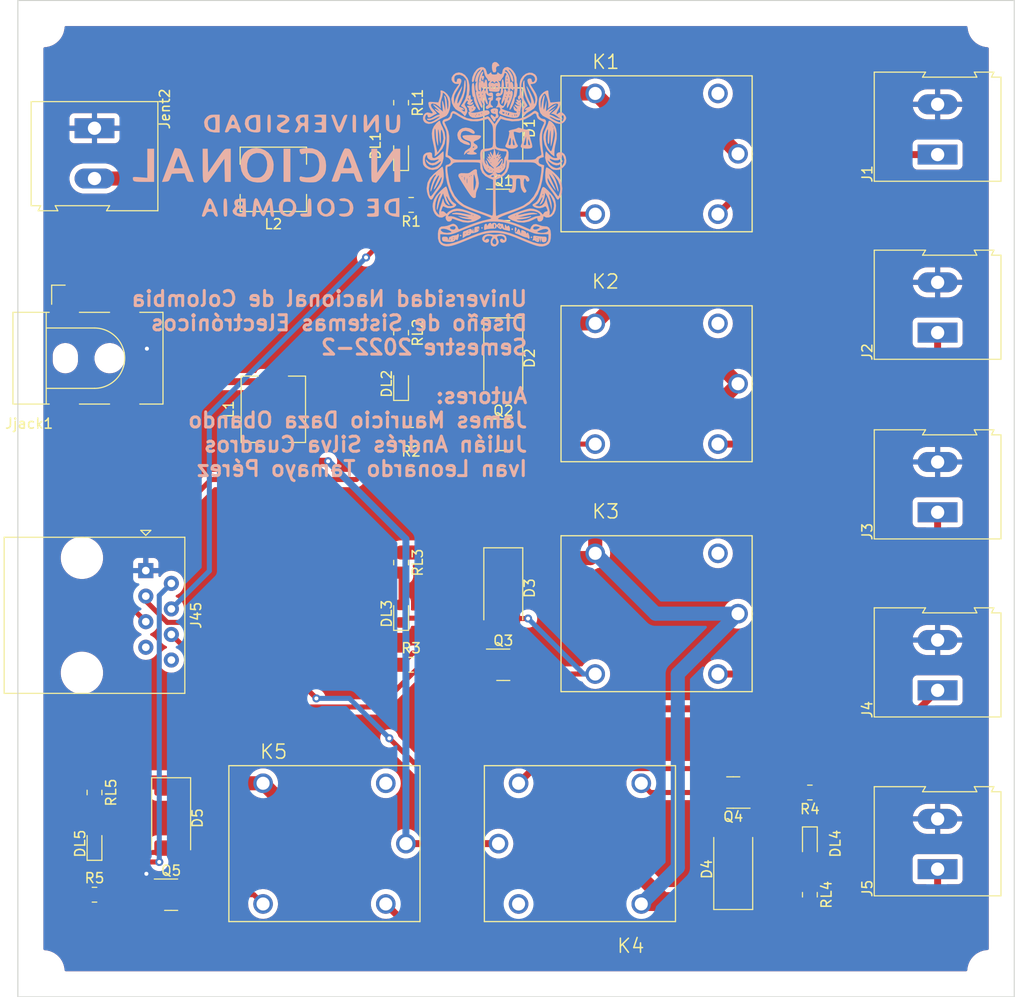
<source format=kicad_pcb>
(kicad_pcb (version 20211014) (generator pcbnew)
  (layers (0 "F.Cu" signal) (31 "B.Cu" signal) (34 "B.Paste" user) (35 "F.Paste" user) (36 "B.SilkS" user "B.Silkscreen") (37 "F.SilkS" user "F.Silkscreen") (38 "B.Mask" user) (39 "F.Mask" user) (44 "Edge.Cuts" user))
  (net 0 "")
  (net 1 "Net-(D5-Pad2)")
  (net 2 "Net-(DL1-Pad1)")
  (net 3 "Net-(DL2-Pad1)")
  (net 4 "Net-(DL3-Pad1)")
  (net 5 "Net-(DL4-Pad1)")
  (net 6 "/Potencia_Bomba/Activ_bomba_1")
  (net 7 "Net-(DL1-Pad2)")
  (net 8 "/Potencia_Bomba/Activ_bomba_2")
  (net 9 "/Potencia_Bomba/Activ_bomba_3")
  (net 10 "/Potencia_ElectroV/Activ_EV_1")
  (net 11 "/Potencia_ElectroV/Activ_EV_2")
  (net 17 "Net-(Q1-Pad2)")
  (net 18 "Net-(Q2-Pad2)")
  (net 19 "Net-(Q3-Pad2)")
  (net 20 "Net-(Q4-Pad2)")
  (net 21 "Net-(Q5-Pad2)")
  (net 22 "/Potencia_ElectroV/Ev_2")
  (net 23 "/Potencia_ElectroV/Ev_1")
  (net 24 "/Potencia_Bomba/Cb_1")
  (net 25 "/Potencia_Bomba/Cb_2")
  (net 26 "/Potencia_Bomba/Cb_3")
  (net 29 "/Potencia_Bomba/VCC_5")
  (net 30 "/Potencia_ElectroV/VCC_12")
  (net 31 "Net-(Jent2-Pad2)")
  (net 32 "Net-(Jjack1-Pad2)")
  (net 33 "Net-(DL2-Pad2)")
  (net 34 "Net-(DL3-Pad2)")
  (net 35 "Net-(DL4-Pad2)")
  (net 36 "Net-(DL5-Pad2)")
  (net 37 "GND")
  (footprint "Package_TO_SOT_SMD:SOT-23" (layer "F.Cu") (at 81.28 43.18)
    (fp_text reference "Q1" (at 0 -2.4) (layer "F.SilkS"))
    (fp_text value "2N2219")
    (pad "1" smd roundrect (at -0.9375 -0.95) (size 1.475 0.6) (layers "F.Cu" "F.Paste" "F.Mask") (net 37 "GND"))
    (pad "2" smd roundrect (at -0.9375 0.95) (size 1.475 0.6) (layers "F.Cu" "F.Paste" "F.Mask") (net 17 "Net-(Q1-Pad2)"))
    (pad "3" smd roundrect (at 0.9375 0) (size 1.475 0.6) (layers "F.Cu" "F.Paste" "F.Mask") (net 2 "Net-(DL1-Pad1)"))
  )
  (footprint "Resistor_SMD:R_0805_2012Metric_Pad1.20x1.40mm_HandSolder" (layer "F.Cu") (at 71.12 33.02 -90)
    (fp_text reference "RL1" (at 0 -1.65 90) (layer "F.SilkS"))
    (fp_text value "1k")
    (pad "1" smd roundrect (at -1 0 270) (size 1.2 1.4) (layers "F.Cu" "F.Paste" "F.Mask") (roundrect_rratio 0.208333) (net 29 "/Potencia_Bomba/VCC_5"))
    (pad "2" smd roundrect (at 1 0 270) (size 1.2 1.4) (layers "F.Cu" "F.Paste" "F.Mask") (roundrect_rratio 0.208333) (net 7 "Net-(DL1-Pad2)"))
  )
  (footprint "Package_TO_SOT_SMD:SOT-23" (layer "F.Cu") (at 48.26 111.76)
    (fp_text reference "Q5" (at 0 -2.4) (layer "F.SilkS"))
    (fp_text value "2N2219")
    (pad "1" smd roundrect (at -0.9375 -0.95) (size 1.475 0.6) (layers "F.Cu" "F.Paste" "F.Mask") (net 37 "GND"))
    (pad "2" smd roundrect (at -0.9375 0.95) (size 1.475 0.6) (layers "F.Cu" "F.Paste" "F.Mask") (net 21 "Net-(Q5-Pad2)"))
    (pad "3" smd roundrect (at 0.9375 0) (size 1.475 0.6) (layers "F.Cu" "F.Paste" "F.Mask") (net 1 "Net-(D5-Pad2)"))
  )
  (footprint "Diode_SMD:D_2512_6332Metric_Pad1.52x3.35mm_HandSolder" (layer "F.Cu") (at 81.28 81.28 -90)
    (fp_text reference "D3" (at 0 -2.62 90) (layer "F.SilkS"))
    (fp_text value "1N4004")
    (pad "1" smd roundrect (at -2.9875 0 270) (size 1.525 3.35) (layers "F.Cu" "F.Paste" "F.Mask") (roundrect_rratio 0.163934) (net 29 "/Potencia_Bomba/VCC_5"))
    (pad "2" smd roundrect (at 2.9875 0 270) (size 1.525 3.35) (layers "F.Cu" "F.Paste" "F.Mask") (roundrect_rratio 0.163934) (net 4 "Net-(DL3-Pad1)"))
  )
  (footprint "Resistor_SMD:R_0805_2012Metric_Pad1.20x1.40mm_HandSolder" (layer "F.Cu") (at 111.76 111.76 -90)
    (fp_text reference "RL4" (at 0 -1.65 90) (layer "F.SilkS"))
    (fp_text value "1k")
    (pad "1" smd roundrect (at -1 0 270) (size 1.2 1.4) (layers "F.Cu" "F.Paste" "F.Mask") (roundrect_rratio 0.208333) (net 29 "/Potencia_Bomba/VCC_5"))
    (pad "2" smd roundrect (at 1 0 270) (size 1.2 1.4) (layers "F.Cu" "F.Paste" "F.Mask") (roundrect_rratio 0.208333) (net 35 "Net-(DL4-Pad2)"))
  )
  (footprint "Package_TO_SOT_SMD:SOT-23" (layer "F.Cu") (at 81.28 88.9)
    (fp_text reference "Q3" (at 0 -2.4) (layer "F.SilkS"))
    (fp_text value "2N2219")
    (pad "1" smd roundrect (at -0.9375 -0.95) (size 1.475 0.6) (layers "F.Cu" "F.Paste" "F.Mask") (net 37 "GND"))
    (pad "2" smd roundrect (at -0.9375 0.95) (size 1.475 0.6) (layers "F.Cu" "F.Paste" "F.Mask") (net 19 "Net-(Q3-Pad2)"))
    (pad "3" smd roundrect (at 0.9375 0) (size 1.475 0.6) (layers "F.Cu" "F.Paste" "F.Mask") (net 4 "Net-(DL3-Pad1)"))
  )
  (footprint "JQC-3F-1C:RELAY_JQC-3F-1C-24VDC" (layer "F.Cu") (at 63.5 106.68)
    (fp_text reference "K5" (at -5.055 -9.139) (layer "F.SilkS") (effects (font (size 1.4 1.4))))
    (fp_text value "JQC-3F-1C-24VDC")
    (pad "COIL1" thru_hole circle (at -6.1 -6) (size 1.95 1.95) (drill 1.3) (layers *.Cu *.Mask) (net 29 "/Potencia_Bomba/VCC_5"))
    (pad "COIL2" thru_hole circle (at -6.1 6) (size 1.95 1.95) (drill 1.3) (layers *.Cu *.Mask) (net 1 "Net-(D5-Pad2)"))
    (pad "COM" thru_hole circle (at 8.1 0) (size 1.95 1.95) (drill 1.3) (layers *.Cu *.Mask) (net 30 "/Potencia_ElectroV/VCC_12"))
    (pad "NC" thru_hole circle (at 6.1 -6) (size 1.95 1.95) (drill 1.3) (layers *.Cu *.Mask))
    (pad "NO" thru_hole circle (at 6.1 6) (size 1.95 1.95) (drill 1.3) (layers *.Cu *.Mask) (net 11 "/Potencia_ElectroV/Activ_EV_2"))
  )
  (footprint "LED_SMD:LED_0603_1608Metric_Pad1.05x0.95mm_HandSolder" (layer "F.Cu") (at 111.76 106.68 -90)
    (fp_text reference "DL4" (at 0 -2.54 90) (layer "F.SilkS"))
    (fp_text value "LED")
    (pad "1" smd roundrect (at -0.875 0 270) (size 1.05 0.95) (layers "F.Cu" "F.Paste" "F.Mask") (net 5 "Net-(DL4-Pad1)"))
    (pad "2" smd roundrect (at 0.875 0 270) (size 1.05 0.95) (layers "F.Cu" "F.Paste" "F.Mask") (net 35 "Net-(DL4-Pad2)"))
  )
  (footprint "LED_SMD:LED_0603_1608Metric_Pad1.05x0.95mm_HandSolder" (layer "F.Cu") (at 71.12 83.82 90)
    (fp_text reference "DL3" (at 0 -1.43 90) (layer "F.SilkS"))
    (fp_text value "LED")
    (pad "1" smd roundrect (at -0.875 0 90) (size 1.05 0.95) (layers "F.Cu" "F.Paste" "F.Mask") (net 4 "Net-(DL3-Pad1)"))
    (pad "2" smd roundrect (at 0.875 0 90) (size 1.05 0.95) (layers "F.Cu" "F.Paste" "F.Mask") (net 34 "Net-(DL3-Pad2)"))
  )
  (footprint "Resistor_SMD:R_0805_2012Metric_Pad1.20x1.40mm_HandSolder" (layer "F.Cu") (at 71.12 55.88 -90)
    (fp_text reference "RL2" (at 0 -1.65 90) (layer "F.SilkS"))
    (fp_text value "1k")
    (pad "1" smd roundrect (at -1 0 270) (size 1.2 1.4) (layers "F.Cu" "F.Paste" "F.Mask") (roundrect_rratio 0.208333) (net 29 "/Potencia_Bomba/VCC_5"))
    (pad "2" smd roundrect (at 1 0 270) (size 1.2 1.4) (layers "F.Cu" "F.Paste" "F.Mask") (roundrect_rratio 0.208333) (net 33 "Net-(DL2-Pad2)"))
  )
  (footprint "TerminalBlock:TerminalBlock_Altech_AK300-2_P5.00mm" (layer "F.Cu") (at 124.46 91.44 90)
    (fp_text reference "J4" (at -1.92 -6.99 90) (layer "F.SilkS"))
    (fp_text value "Screw_Terminal_01x02")
    (pad "1" thru_hole rect (at 0 0 90) (size 1.98 3.96) (drill 1.32) (layers *.Cu *.Mask) (net 10 "/Potencia_ElectroV/Activ_EV_1"))
    (pad "2" thru_hole oval (at 5 0 90) (size 1.98 3.96) (drill 1.32) (layers *.Cu *.Mask) (net 37 "GND"))
  )
  (footprint "Resistor_SMD:R_0805_2012Metric_Pad1.20x1.40mm_HandSolder" (layer "F.Cu") (at 71.12 78.74 -90)
    (fp_text reference "RL3" (at 0 -1.65 90) (layer "F.SilkS"))
    (fp_text value "1k")
    (pad "1" smd roundrect (at -1 0 270) (size 1.2 1.4) (layers "F.Cu" "F.Paste" "F.Mask") (roundrect_rratio 0.208333) (net 29 "/Potencia_Bomba/VCC_5"))
    (pad "2" smd roundrect (at 1 0 270) (size 1.2 1.4) (layers "F.Cu" "F.Paste" "F.Mask") (roundrect_rratio 0.208333) (net 34 "Net-(DL3-Pad2)"))
  )
  (footprint "Resistor_SMD:R_0805_2012Metric_Pad1.20x1.40mm_HandSolder" (layer "F.Cu") (at 40.64 101.6 -90)
    (fp_text reference "RL5" (at 0 -1.65 90) (layer "F.SilkS"))
    (fp_text value "1k")
    (pad "1" smd roundrect (at -1 0 270) (size 1.2 1.4) (layers "F.Cu" "F.Paste" "F.Mask") (roundrect_rratio 0.208333) (net 29 "/Potencia_Bomba/VCC_5"))
    (pad "2" smd roundrect (at 1 0 270) (size 1.2 1.4) (layers "F.Cu" "F.Paste" "F.Mask") (roundrect_rratio 0.208333) (net 36 "Net-(DL5-Pad2)"))
  )
  (footprint "Resistor_SMD:R_0805_2012Metric_Pad1.20x1.40mm_HandSolder" (layer "F.Cu") (at 72.12 88.9)
    (fp_text reference "R3" (at 0 -1.65) (layer "F.SilkS"))
    (fp_text value "2.2k")
    (pad "1" smd roundrect (at -1 0) (size 1.2 1.4) (layers "F.Cu" "F.Paste" "F.Mask") (roundrect_rratio 0.208333) (net 19 "Net-(Q3-Pad2)"))
    (pad "2" smd roundrect (at 1 0) (size 1.2 1.4) (layers "F.Cu" "F.Paste" "F.Mask") (roundrect_rratio 0.208333) (net 26 "/Potencia_Bomba/Cb_3"))
  )
  (footprint "Diode_SMD:D_2512_6332Metric_Pad1.52x3.35mm_HandSolder" (layer "F.Cu") (at 48.26 104.14 -90)
    (fp_text reference "D5" (at 0 -2.62 90) (layer "F.SilkS"))
    (fp_text value "1N4004")
    (pad "1" smd roundrect (at -2.9875 0 270) (size 1.525 3.35) (layers "F.Cu" "F.Paste" "F.Mask") (roundrect_rratio 0.163934) (net 29 "/Potencia_Bomba/VCC_5"))
    (pad "2" smd roundrect (at 2.9875 0 270) (size 1.525 3.35) (layers "F.Cu" "F.Paste" "F.Mask") (roundrect_rratio 0.163934) (net 1 "Net-(D5-Pad2)"))
  )
  (footprint "LED_SMD:LED_0603_1608Metric_Pad1.05x0.95mm_HandSolder" (layer "F.Cu") (at 40.64 106.68 90)
    (fp_text reference "DL5" (at 0 -1.43 90) (layer "F.SilkS"))
    (fp_text value "LED")
    (pad "1" smd roundrect (at -0.875 0 90) (size 1.05 0.95) (layers "F.Cu" "F.Paste" "F.Mask") (net 1 "Net-(D5-Pad2)"))
    (pad "2" smd roundrect (at 0.875 0 90) (size 1.05 0.95) (layers "F.Cu" "F.Paste" "F.Mask") (net 36 "Net-(DL5-Pad2)"))
  )
  (footprint "Resistor_SMD:R_0805_2012Metric_Pad1.20x1.40mm_HandSolder" (layer "F.Cu") (at 72.12 66.04 180)
    (fp_text reference "R2" (at 0 -1.65) (layer "F.SilkS"))
    (fp_text value "2.2k")
    (pad "1" smd roundrect (at -1 0 180) (size 1.2 1.4) (layers "F.Cu" "F.Paste" "F.Mask") (roundrect_rratio 0.208333) (net 18 "Net-(Q2-Pad2)"))
    (pad "2" smd roundrect (at 1 0 180) (size 1.2 1.4) (layers "F.Cu" "F.Paste" "F.Mask") (roundrect_rratio 0.208333) (net 25 "/Potencia_Bomba/Cb_2"))
  )
  (footprint "" (layer "F.Cu") (at 129.51772 119.367392)
    (fp_text reference "" (at 0 0) (layer "F.SilkS") (effects (font (size 1.27 1.27))))
    (fp_text value "" (at 0 0) (layer "F.SilkS") (effects (font (size 1.27 1.27))))
    (pad "" np_thru_hole circle (at 0 0 270) (size 3.2 3.2) (drill 3.2) (layers *.Cu *.Mask))
  )
  (footprint "Resistor_SMD:R_0805_2012Metric_Pad1.20x1.40mm_HandSolder" (layer "F.Cu") (at 72.12 43.18 180)
    (fp_text reference "R1" (at 0 -1.65) (layer "F.SilkS"))
    (fp_text value "2.2k")
    (pad "1" smd roundrect (at -1 0 180) (size 1.2 1.4) (layers "F.Cu" "F.Paste" "F.Mask") (roundrect_rratio 0.208333) (net 17 "Net-(Q1-Pad2)"))
    (pad "2" smd roundrect (at 1 0 180) (size 1.2 1.4) (layers "F.Cu" "F.Paste" "F.Mask") (roundrect_rratio 0.208333) (net 24 "/Potencia_Bomba/Cb_1"))
  )
  (footprint "Diode_SMD:D_2512_6332Metric_Pad1.52x3.35mm_HandSolder" (layer "F.Cu") (at 81.28 58.42 -90)
    (fp_text reference "D2" (at 0 -2.62 90) (layer "F.SilkS"))
    (fp_text value "1N4004")
    (pad "1" smd roundrect (at -2.9875 0 270) (size 1.525 3.35) (layers "F.Cu" "F.Paste" "F.Mask") (roundrect_rratio 0.163934) (net 29 "/Potencia_Bomba/VCC_5"))
    (pad "2" smd roundrect (at 2.9875 0 270) (size 1.525 3.35) (layers "F.Cu" "F.Paste" "F.Mask") (roundrect_rratio 0.163934) (net 3 "Net-(DL2-Pad1)"))
  )
  (footprint "Diode_SMD:D_2512_6332Metric_Pad1.52x3.35mm_HandSolder" (layer "F.Cu") (at 104.14 109.22 90)
    (fp_text reference "D4" (at 0 -2.62 90) (layer "F.SilkS"))
    (fp_text value "1N4004")
    (pad "1" smd roundrect (at -2.9875 0 90) (size 1.525 3.35) (layers "F.Cu" "F.Paste" "F.Mask") (roundrect_rratio 0.163934) (net 29 "/Potencia_Bomba/VCC_5"))
    (pad "2" smd roundrect (at 2.9875 0 90) (size 1.525 3.35) (layers "F.Cu" "F.Paste" "F.Mask") (roundrect_rratio 0.163934) (net 5 "Net-(DL4-Pad1)"))
  )
  (footprint "Resistor_SMD:R_0805_2012Metric_Pad1.20x1.40mm_HandSolder" (layer "F.Cu") (at 40.64 111.76)
    (fp_text reference "R5" (at 0 -1.65) (layer "F.SilkS"))
    (fp_text value "2.2k")
    (pad "1" smd roundrect (at -1 0) (size 1.2 1.4) (layers "F.Cu" "F.Paste" "F.Mask") (roundrect_rratio 0.208333) (net 21 "Net-(Q5-Pad2)"))
    (pad "2" smd roundrect (at 1 0) (size 1.2 1.4) (layers "F.Cu" "F.Paste" "F.Mask") (roundrect_rratio 0.208333) (net 22 "/Potencia_ElectroV/Ev_2"))
  )
  (footprint "JQC-3F-1C:RELAY_JQC-3F-1C-24VDC" (layer "F.Cu") (at 96.52 38.1)
    (fp_text reference "K1" (at -5.055 -9.139) (layer "F.SilkS") (effects (font (size 1.4 1.4))))
    (fp_text value "JQC-3F-1C-24VDC")
    (pad "COIL1" thru_hole circle (at -6.1 -6) (size 1.95 1.95) (drill 1.3) (layers *.Cu *.Mask) (net 29 "/Potencia_Bomba/VCC_5"))
    (pad "COIL2" thru_hole circle (at -6.1 6) (size 1.95 1.95) (drill 1.3) (layers *.Cu *.Mask) (net 2 "Net-(DL1-Pad1)"))
    (pad "COM" thru_hole circle (at 8.1 0) (size 1.95 1.95) (drill 1.3) (layers *.Cu *.Mask) (net 29 "/Potencia_Bomba/VCC_5"))
    (pad "NC" thru_hole circle (at 6.1 -6) (size 1.95 1.95) (drill 1.3) (layers *.Cu *.Mask))
    (pad "NO" thru_hole circle (at 6.1 6) (size 1.95 1.95) (drill 1.3) (layers *.Cu *.Mask) (net 6 "/Potencia_Bomba/Activ_bomba_1"))
  )
  (footprint "TerminalBlock:TerminalBlock_Altech_AK300-2_P5.00mm" (layer "F.Cu") (at 124.46 109.22 90)
    (fp_text reference "J5" (at -1.92 -6.99 90) (layer "F.SilkS"))
    (fp_text value "Screw_Terminal_01x02")
    (pad "1" thru_hole rect (at 0 0 90) (size 1.98 3.96) (drill 1.32) (layers *.Cu *.Mask) (net 11 "/Potencia_ElectroV/Activ_EV_2"))
    (pad "2" thru_hole oval (at 5 0 90) (size 1.98 3.96) (drill 1.32) (layers *.Cu *.Mask) (net 37 "GND"))
  )
  (footprint "Connector_BarrelJack:BarrelJack_CLIFF_FC681465S_SMT_Horizontal" (layer "F.Cu") (at 40.64 58.42)
    (fp_text reference "Jjack1" (at -6.5 6.5 180) (layer "F.SilkS"))
    (fp_text value "Jack-DC")
    (pad "" np_thru_hole oval (at -2.9 0 90) (size 2 1.5) (drill oval 2 1.5) (layers *.Cu *.Mask))
    (pad "" np_thru_hole circle (at 1.5 0 90) (size 2 2) (drill 2) (layers *.Cu *.Mask))
    (pad "1" smd rect (at 3 -5.5 90) (size 3 2) (layers "F.Cu" "F.Paste" "F.Mask") (net 37 "GND"))
    (pad "1" smd rect (at -3 -5.5 90) (size 3 2) (layers "F.Cu" "F.Paste" "F.Mask") (net 37 "GND"))
    (pad "2" smd rect (at 3 5.5 90) (size 3 2) (layers "F.Cu" "F.Paste" "F.Mask") (net 32 "Net-(Jjack1-Pad2)"))
    (pad "3" smd rect (at -3 5.5 90) (size 3 2) (layers "F.Cu" "F.Paste" "F.Mask"))
  )
  (footprint "Package_TO_SOT_SMD:SOT-23" (layer "F.Cu") (at 81.28 66.04)
    (fp_text reference "Q2" (at 0 -2.4) (layer "F.SilkS"))
    (fp_text value "2N2219")
    (pad "1" smd roundrect (at -0.9375 -0.95) (size 1.475 0.6) (layers "F.Cu" "F.Paste" "F.Mask") (net 37 "GND"))
    (pad "2" smd roundrect (at -0.9375 0.95) (size 1.475 0.6) (layers "F.Cu" "F.Paste" "F.Mask") (net 18 "Net-(Q2-Pad2)"))
    (pad "3" smd roundrect (at 0.9375 0) (size 1.475 0.6) (layers "F.Cu" "F.Paste" "F.Mask") (net 3 "Net-(DL2-Pad1)"))
  )
  (footprint "" (layer "F.Cu") (at 35.56 25.4)
    (fp_text reference "" (at 0 0) (layer "F.SilkS") (effects (font (size 1.27 1.27))))
    (fp_text value "" (at 0 0) (layer "F.SilkS") (effects (font (size 1.27 1.27))))
    (pad "" np_thru_hole circle (at 0 0 270) (size 3.2 3.2) (drill 3.2) (layers *.Cu *.Mask))
  )
  (footprint "Connector_RJ:RJ45_Amphenol_54602-x08_Horizontal" (layer "F.Cu") (at 45.74 79.5375 -90)
    (fp_text reference "J45" (at 4.445 -5 90) (layer "F.SilkS"))
    (fp_text value "RJ45")
    (pad "" np_thru_hole circle (at 10.16 6.35 270) (size 3.2 3.2) (drill 3.2) (layers *.Cu *.Mask))
    (pad "" np_thru_hole circle (at -1.27 6.35 270) (size 3.2 3.2) (drill 3.2) (layers *.Cu *.Mask))
    (pad "1" thru_hole rect (at 0 0 270) (size 1.5 1.5) (drill 0.76) (layers *.Cu *.Mask) (net 37 "GND"))
    (pad "2" thru_hole circle (at 1.27 -2.54 270) (size 1.5 1.5) (drill 0.76) (layers *.Cu *.Mask) (net 22 "/Potencia_ElectroV/Ev_2"))
    (pad "3" thru_hole circle (at 2.54 0 270) (size 1.5 1.5) (drill 0.76) (layers *.Cu *.Mask) (net 23 "/Potencia_ElectroV/Ev_1"))
    (pad "4" thru_hole circle (at 3.81 -2.54 270) (size 1.5 1.5) (drill 0.76) (layers *.Cu *.Mask) (net 24 "/Potencia_Bomba/Cb_1"))
    (pad "5" thru_hole circle (at 5.08 0 270) (size 1.5 1.5) (drill 0.76) (layers *.Cu *.Mask) (net 25 "/Potencia_Bomba/Cb_2"))
    (pad "6" thru_hole circle (at 6.35 -2.54 270) (size 1.5 1.5) (drill 0.76) (layers *.Cu *.Mask) (net 26 "/Potencia_Bomba/Cb_3"))
    (pad "7" thru_hole circle (at 7.62 0 270) (size 1.5 1.5) (drill 0.76) (layers *.Cu *.Mask))
    (pad "8" thru_hole circle (at 8.89 -2.54 270) (size 1.5 1.5) (drill 0.76) (layers *.Cu *.Mask))
  )
  (footprint "LED_SMD:LED_0603_1608Metric_Pad1.05x0.95mm_HandSolder" (layer "F.Cu") (at 71.12 60.96 90)
    (fp_text reference "DL2" (at 0 -1.43 90) (layer "F.SilkS"))
    (fp_text value "LED")
    (pad "1" smd roundrect (at -0.875 0 90) (size 1.05 0.95) (layers "F.Cu" "F.Paste" "F.Mask") (net 3 "Net-(DL2-Pad1)"))
    (pad "2" smd roundrect (at 0.875 0 90) (size 1.05 0.95) (layers "F.Cu" "F.Paste" "F.Mask") (net 33 "Net-(DL2-Pad2)"))
  )
  (footprint "" (layer "F.Cu") (at 35.56 119.38)
    (fp_text reference "" (at 0 0) (layer "F.SilkS") (effects (font (size 1.27 1.27))))
    (fp_text value "" (at 0 0) (layer "F.SilkS") (effects (font (size 1.27 1.27))))
    (pad "" np_thru_hole circle (at 0 0 270) (size 3.2 3.2) (drill 3.2) (layers *.Cu *.Mask))
  )
  (footprint "Inductor_SMD:L_6.3x6.3_H3" (layer "F.Cu") (at 58.42 63.5 90)
    (fp_text reference "L1" (at 0 -4.45 90) (layer "F.SilkS"))
    (fp_text value "5mH")
    (pad "1" smd rect (at -2.75 0 90) (size 1.5 2.4) (layers "F.Cu" "F.Paste" "F.Mask") (net 30 "/Potencia_ElectroV/VCC_12"))
    (pad "2" smd rect (at 2.75 0 90) (size 1.5 2.4) (layers "F.Cu" "F.Paste" "F.Mask") (net 32 "Net-(Jjack1-Pad2)"))
  )
  (footprint "JQC-3F-1C:RELAY_JQC-3F-1C-24VDC" (layer "F.Cu") (at 88.9 106.68 180)
    (fp_text reference "K4" (at -5.055 -10.16) (layer "F.SilkS") (effects (font (size 1.4 1.4))))
    (fp_text value "JQC-3F-1C-24VDC")
    (pad "COIL1" thru_hole circle (at -6.1 -6 180) (size 1.95 1.95) (drill 1.3) (layers *.Cu *.Mask) (net 29 "/Potencia_Bomba/VCC_5"))
    (pad "COIL2" thru_hole circle (at -6.1 6 180) (size 1.95 1.95) (drill 1.3) (layers *.Cu *.Mask) (net 5 "Net-(DL4-Pad1)"))
    (pad "COM" thru_hole circle (at 8.1 0 180) (size 1.95 1.95) (drill 1.3) (layers *.Cu *.Mask) (net 30 "/Potencia_ElectroV/VCC_12"))
    (pad "NC" thru_hole circle (at 6.1 -6 180) (size 1.95 1.95) (drill 1.3) (layers *.Cu *.Mask))
    (pad "NO" thru_hole circle (at 6.1 6 180) (size 1.95 1.95) (drill 1.3) (layers *.Cu *.Mask) (net 10 "/Potencia_ElectroV/Activ_EV_1"))
  )
  (footprint "Resistor_SMD:R_0805_2012Metric_Pad1.20x1.40mm_HandSolder" (layer "F.Cu") (at 111.76 101.6 180)
    (fp_text reference "R4" (at 0 -1.65) (layer "F.SilkS"))
    (fp_text value "2.2k")
    (pad "1" smd roundrect (at -1 0 180) (size 1.2 1.4) (layers "F.Cu" "F.Paste" "F.Mask") (roundrect_rratio 0.208333) (net 20 "Net-(Q4-Pad2)"))
    (pad "2" smd roundrect (at 1 0 180) (size 1.2 1.4) (layers "F.Cu" "F.Paste" "F.Mask") (roundrect_rratio 0.208333) (net 23 "/Potencia_ElectroV/Ev_1"))
  )
  (footprint "" (layer "F.Cu") (at 129.54 25.4)
    (fp_text reference "" (at 0 0) (layer "F.SilkS") (effects (font (size 1.27 1.27))))
    (fp_text value "" (at 0 0) (layer "F.SilkS") (effects (font (size 1.27 1.27))))
    (pad "" np_thru_hole circle (at 0 0 270) (size 3.2 3.2) (drill 3.2) (layers *.Cu *.Mask))
  )
  (footprint "Package_TO_SOT_SMD:SOT-23" (layer "F.Cu") (at 104.14 101.6 180)
    (fp_text reference "Q4" (at 0 -2.4) (layer "F.SilkS"))
    (fp_text value "2N2219")
    (pad "1" smd roundrect (at -0.9375 -0.95 180) (size 1.475 0.6) (layers "F.Cu" "F.Paste" "F.Mask") (net 37 "GND"))
    (pad "2" smd roundrect (at -0.9375 0.95 180) (size 1.475 0.6) (layers "F.Cu" "F.Paste" "F.Mask") (net 20 "Net-(Q4-Pad2)"))
    (pad "3" smd roundrect (at 0.9375 0 180) (size 1.475 0.6) (layers "F.Cu" "F.Paste" "F.Mask") (net 5 "Net-(DL4-Pad1)"))
  )
  (footprint "Diode_SMD:D_2512_6332Metric_Pad1.52x3.35mm_HandSolder" (layer "F.Cu") (at 81.28 35.56 -90)
    (fp_text reference "D1" (at 0 -2.62 90) (layer "F.SilkS"))
    (fp_text value "1N4004")
    (pad "1" smd roundrect (at -2.9875 0 270) (size 1.525 3.35) (layers "F.Cu" "F.Paste" "F.Mask") (roundrect_rratio 0.163934) (net 29 "/Potencia_Bomba/VCC_5"))
    (pad "2" smd roundrect (at 2.9875 0 270) (size 1.525 3.35) (layers "F.Cu" "F.Paste" "F.Mask") (roundrect_rratio 0.163934) (net 2 "Net-(DL1-Pad1)"))
  )
  (footprint "TerminalBlock:TerminalBlock_Altech_AK300-2_P5.00mm" (layer "F.Cu") (at 124.46 73.74 90)
    (fp_text reference "J3" (at -1.92 -6.99 90) (layer "F.SilkS"))
    (fp_text value "Screw_Terminal_01x02")
    (pad "1" thru_hole rect (at 0 0 90) (size 1.98 3.96) (drill 1.32) (layers *.Cu *.Mask) (net 9 "/Potencia_Bomba/Activ_bomba_3"))
    (pad "2" thru_hole oval (at 5 0 90) (size 1.98 3.96) (drill 1.32) (layers *.Cu *.Mask) (net 37 "GND"))
  )
  (footprint "JQC-3F-1C:RELAY_JQC-3F-1C-24VDC" (layer "F.Cu") (at 96.52 83.82)
    (fp_text reference "K3" (at -5.055 -10.16) (layer "F.SilkS") (effects (font (size 1.4 1.4))))
    (fp_text value "JQC-3F-1C-24VDC")
    (pad "COIL1" thru_hole circle (at -6.1 -6) (size 1.95 1.95) (drill 1.3) (layers *.Cu *.Mask) (net 29 "/Potencia_Bomba/VCC_5"))
    (pad "COIL2" thru_hole circle (at -6.1 6) (size 1.95 1.95) (drill 1.3) (layers *.Cu *.Mask) (net 4 "Net-(DL3-Pad1)"))
    (pad "COM" thru_hole circle (at 8.1 0) (size 1.95 1.95) (drill 1.3) (layers *.Cu *.Mask) (net 29 "/Potencia_Bomba/VCC_5"))
    (pad "NC" thru_hole circle (at 6.1 -6) (size 1.95 1.95) (drill 1.3) (layers *.Cu *.Mask))
    (pad "NO" thru_hole circle (at 6.1 6) (size 1.95 1.95) (drill 1.3) (layers *.Cu *.Mask) (net 9 "/Potencia_Bomba/Activ_bomba_3"))
  )
  (footprint "TerminalBlock:TerminalBlock_Altech_AK300-2_P5.00mm" (layer "F.Cu") (at 124.46 55.88 90)
    (fp_text reference "J2" (at -1.92 -6.99 90) (layer "F.SilkS"))
    (fp_text value "Screw_Terminal_01x02")
    (pad "1" thru_hole rect (at 0 0 90) (size 1.98 3.96) (drill 1.32) (layers *.Cu *.Mask) (net 8 "/Potencia_Bomba/Activ_bomba_2"))
    (pad "2" thru_hole oval (at 5 0 90) (size 1.98 3.96) (drill 1.32) (layers *.Cu *.Mask) (net 37 "GND"))
  )
  (footprint "JQC-3F-1C:RELAY_JQC-3F-1C-24VDC" (layer "F.Cu") (at 96.52 60.96)
    (fp_text reference "K2" (at -5.08 -10.16) (layer "F.SilkS") (effects (font (size 1.4 1.4))))
    (fp_text value "JQC-3F-1C-24VDC")
    (pad "COIL1" thru_hole circle (at -6.1 -6) (size 1.95 1.95) (drill 1.3) (layers *.Cu *.Mask) (net 29 "/Potencia_Bomba/VCC_5"))
    (pad "COIL2" thru_hole circle (at -6.1 6) (size 1.95 1.95) (drill 1.3) (layers *.Cu *.Mask) (net 3 "Net-(DL2-Pad1)"))
    (pad "COM" thru_hole circle (at 8.1 0) (size 1.95 1.95) (drill 1.3) (layers *.Cu *.Mask) (net 29 "/Potencia_Bomba/VCC_5"))
    (pad "NC" thru_hole circle (at 6.1 -6) (size 1.95 1.95) (drill 1.3) (layers *.Cu *.Mask))
    (pad "NO" thru_hole circle (at 6.1 6) (size 1.95 1.95) (drill 1.3) (layers *.Cu *.Mask) (net 8 "/Potencia_Bomba/Activ_bomba_2"))
  )
  (footprint "LED_SMD:LED_0603_1608Metric_Pad1.05x0.95mm_HandSolder" (layer "F.Cu") (at 71.12 38.1 90)
    (fp_text reference "DL1" (at 0.8 -2.54 90) (layer "F.SilkS"))
    (fp_text value "LED")
    (pad "1" smd roundrect (at -0.875 0 90) (size 1.05 0.95) (layers "F.Cu" "F.Paste" "F.Mask") (net 2 "Net-(DL1-Pad1)"))
    (pad "2" smd roundrect (at 0.875 0 90) (size 1.05 0.95) (layers "F.Cu" "F.Paste" "F.Mask") (net 7 "Net-(DL1-Pad2)"))
  )
  (footprint "Inductor_SMD:L_6.3x6.3_H3" (layer "F.Cu") (at 58.42 40.64 180)
    (fp_text reference "L2" (at 0 -4.45) (layer "F.SilkS"))
    (fp_text value "5mH")
    (pad "1" smd rect (at -2.75 0 180) (size 1.5 2.4) (layers "F.Cu" "F.Paste" "F.Mask") (net 29 "/Potencia_Bomba/VCC_5"))
    (pad "2" smd rect (at 2.75 0 180) (size 1.5 2.4) (layers "F.Cu" "F.Paste" "F.Mask") (net 31 "Net-(Jent2-Pad2)"))
  )
  (footprint "TerminalBlock:TerminalBlock_Altech_AK300-2_P5.00mm" (layer "F.Cu") (at 40.64 35.56 -90)
    (fp_text reference "Jent2" (at -1.92 -6.99 90) (layer "F.SilkS"))
    (fp_text value "Screw_Terminal_01x02")
    (pad "1" thru_hole rect (at 0 0 270) (size 1.98 3.96) (drill 1.32) (layers *.Cu *.Mask) (net 37 "GND"))
    (pad "2" thru_hole oval (at 5 0 270) (size 1.98 3.96) (drill 1.32) (layers *.Cu *.Mask) (net 31 "Net-(Jent2-Pad2)"))
  )
  (footprint "TerminalBlock:TerminalBlock_Altech_AK300-2_P5.00mm" (layer "F.Cu") (at 124.46 38.18 90)
    (fp_text reference "J1" (at -1.92 -6.99 90) (layer "F.SilkS"))
    (fp_text value "Screw_Terminal_01x02")
    (pad "1" thru_hole rect (at 0 0 90) (size 1.98 3.96) (drill 1.32) (layers *.Cu *.Mask) (net 6 "/Potencia_Bomba/Activ_bomba_1"))
    (pad "2" thru_hole oval (at 5 0 90) (size 1.98 3.96) (drill 1.32) (layers *.Cu *.Mask) (net 37 "GND"))
  )
  (footprint "Logo UNAL KICAD:Logo UNAL KICAD" (layer "B.Cu") (at 66.04 38.1 180)
    (fp_text reference "G***" hide)
    (fp_text value "LOGO" hide)
  )
  (gr_line (start 33.02 121.92) (end 132.08 121.92) (layer "Edge.Cuts") (width 0.1))
  (gr_line (start 132.08 121.92) (end 132.08 22.86) (layer "Edge.Cuts") (width 0.1))
  (gr_line (start 33.02 22.86) (end 33.02 121.92) (layer "Edge.Cuts") (width 0.1))
  (gr_line (start 132.08 22.86) (end 33.02 22.86) (layer "Edge.Cuts") (width 0.1))
  (gr_text "Universidad Nacional de Colombia\nDiseño de Sistemas Electrónicos\nSemestre 2022-2\n\nAutores:\nJames Mauricio Daza Obando\nJulián Andrés Silva Cuadros\nIvan Leonardo Tamayo Pérez" (at 83.82 60.96) (layer "B.SilkS") (effects (font (size 1.5 1.5) (thickness 0.3)) (justify left mirror)))
  (segment (start 40.64 107.555) (end 47.8325 107.555) (width 0.5) (layer "F.Cu") (net 1))
  (segment (start 47.8325 107.555) (end 48.26 107.1275) (width 0.5) (layer "F.Cu") (net 1))
  (segment (start 57.4 112.68) (end 56.48 111.76) (width 0.5) (layer "F.Cu") (net 1))
  (segment (start 56.48 111.76) (end 49.1975 111.76) (width 0.5) (layer "F.Cu") (net 1))
  (segment (start 47.8325 107.555) (end 49.1975 108.92) (width 0.5) (layer "F.Cu") (net 1))
  (segment (start 49.1975 108.92) (end 49.1975 111.76) (width 0.5) (layer "F.Cu") (net 1))
  (segment (start 71.12 38.975) (end 80.8525 38.975) (width 0.5) (layer "F.Cu") (net 2))
  (segment (start 83.1375 44.1) (end 82.2175 43.18) (width 0.5) (layer "F.Cu") (net 2))
  (segment (start 82.2175 40.34) (end 82.2175 43.18) (width 0.5) (layer "F.Cu") (net 2))
  (segment (start 90.42 44.1) (end 83.1375 44.1) (width 0.5) (layer "F.Cu") (net 2))
  (segment (start 80.8525 38.975) (end 82.2175 40.34) (width 0.5) (layer "F.Cu") (net 2))
  (segment (start 80.8525 38.975) (end 81.28 38.5475) (width 0.5) (layer "F.Cu") (net 2))
  (segment (start 80.8525 61.835) (end 81.28 61.4075) (width 0.5) (layer "F.Cu") (net 3))
  (segment (start 80.8525 61.835) (end 82.2175 63.2) (width 0.5) (layer "F.Cu") (net 3))
  (segment (start 90.42 66.96) (end 83.1375 66.96) (width 0.5) (layer "F.Cu") (net 3))
  (segment (start 83.1375 66.96) (end 82.2175 66.04) (width 0.5) (layer "F.Cu") (net 3))
  (segment (start 71.12 61.835) (end 80.8525 61.835) (width 0.5) (layer "F.Cu") (net 3))
  (segment (start 82.2175 63.2) (end 82.2175 66.04) (width 0.5) (layer "F.Cu") (net 3))
  (segment (start 81.3137 84.3012) (end 81.28 84.2675) (width 0.5) (layer "F.Cu") (net 4))
  (segment (start 83.1375 89.82) (end 82.2175 88.9) (width 0.5) (layer "F.Cu") (net 4))
  (segment (start 90.42 89.82) (end 83.1375 89.82) (width 0.5) (layer "F.Cu") (net 4))
  (segment (start 71.5475 84.2675) (end 81.28 84.2675) (width 0.5) (layer "F.Cu") (net 4))
  (segment (start 83.7456 84.3012) (end 81.3137 84.3012) (width 0.5) (layer "F.Cu") (net 4))
  (segment (start 71.12 84.695) (end 71.5475 84.2675) (width 0.5) (layer "F.Cu") (net 4))
  (via (at 83.7456 84.3012) (size 0.8) (drill 0.4) (layers "F.Cu" "B.Cu") (net 4))
  (segment (start 89.2644 89.82) (end 83.7456 84.3012) (width 0.5) (layer "B.Cu") (net 4))
  (segment (start 90.42 89.82) (end 89.2644 89.82) (width 0.5) (layer "B.Cu") (net 4))
  (segment (start 103.2025 105.295) (end 104.14 106.2325) (width 0.5) (layer "F.Cu") (net 5))
  (segment (start 103.2025 101.6) (end 95.92 101.6) (width 0.5) (layer "F.Cu") (net 5))
  (segment (start 103.2025 101.6) (end 103.2025 105.295) (width 0.5) (layer "F.Cu") (net 5))
  (segment (start 104.5675 105.805) (end 104.14 106.2325) (width 0.5) (layer "F.Cu") (net 5))
  (segment (start 95.92 101.6) (end 95 100.68) (width 0.5) (layer "F.Cu") (net 5))
  (segment (start 111.76 105.805) (end 104.5675 105.805) (width 0.5) (layer "F.Cu") (net 5))
  (segment (start 108.54 38.18) (end 102.62 44.1) (width 0.69) (layer "F.Cu") (net 6))
  (segment (start 124.46 38.18) (end 108.54 38.18) (width 0.69) (layer "F.Cu") (net 6))
  (segment (start 71.12 37.225) (end 71.12 34.02) (width 0.5) (layer "F.Cu") (net 7))
  (segment (start 115.2153 66.96) (end 124.46 57.7153) (width 0.69) (layer "F.Cu") (net 8))
  (segment (start 102.62 66.96) (end 115.2153 66.96) (width 0.69) (layer "F.Cu") (net 8))
  (segment (start 124.46 55.88) (end 124.46 57.7153) (width 0.69) (layer "F.Cu") (net 8))
  (segment (start 102.62 89.82) (end 110.2153 89.82) (width 0.69) (layer "F.Cu") (net 9))
  (segment (start 110.2153 89.82) (end 124.46 75.5753) (width 0.69) (layer "F.Cu") (net 9))
  (segment (start 124.46 73.74) (end 124.46 75.5753) (width 0.69) (layer "F.Cu") (net 9))
  (segment (start 122.6247 93.2753) (end 124.46 91.44) (width 0.69) (layer "F.Cu") (net 10))
  (segment (start 90.2047 93.2753) (end 122.6247 93.2753) (width 0.69) (layer "F.Cu") (net 10))
  (segment (start 82.8 100.68) (end 90.2047 93.2753) (width 0.69) (layer "F.Cu") (net 10))
  (segment (start 71.453 114.533) (end 69.6 112.68) (width 0.69) (layer "F.Cu") (net 11))
  (segment (start 124.46 111.0553) (end 120.9823 114.533) (width 0.69) (layer "F.Cu") (net 11))
  (segment (start 124.46 109.22) (end 124.46 111.0553) (width 0.69) (layer "F.Cu") (net 11))
  (segment (start 120.9823 114.533) (end 71.453 114.533) (width 0.69) (layer "F.Cu") (net 11))
  (segment (start 74.07 44.13) (end 80.3425 44.13) (width 0.5) (layer "F.Cu") (net 17))
  (segment (start 73.12 43.18) (end 74.07 44.13) (width 0.5) (layer "F.Cu") (net 17))
  (segment (start 80.3425 66.99) (end 74.07 66.99) (width 0.5) (layer "F.Cu") (net 18))
  (segment (start 74.07 66.99) (end 73.12 66.04) (width 0.5) (layer "F.Cu") (net 18))
  (segment (start 76.2273 89.85) (end 80.3425 89.85) (width 0.5) (layer "F.Cu") (net 19))
  (segment (start 71.12 88.9) (end 72.2786 87.7414) (width 0.5) (layer "F.Cu") (net 19))
  (segment (start 74.1187 87.7414) (end 76.2273 89.85) (width 0.5) (layer "F.Cu") (net 19))
  (segment (start 72.2786 87.7414) (end 74.1187 87.7414) (width 0.5) (layer "F.Cu") (net 19))
  (segment (start 105.0775 100.65) (end 105.292 100.4355) (width 0.5) (layer "F.Cu") (net 20))
  (segment (start 111.5955 100.4355) (end 112.76 101.6) (width 0.5) (layer "F.Cu") (net 20))
  (segment (start 105.292 100.4355) (end 111.5955 100.4355) (width 0.5) (layer "F.Cu") (net 20))
  (segment (start 39.64 111.76) (end 40.804 112.924) (width 0.5) (layer "F.Cu") (net 21))
  (segment (start 40.804 112.924) (end 47.1085 112.924) (width 0.5) (layer "F.Cu") (net 21))
  (segment (start 47.1085 112.924) (end 47.3225 112.71) (width 0.5) (layer "F.Cu") (net 21))
  (segment (start 41.64 111.76) (end 44.894 108.506) (width 0.5) (layer "F.Cu") (net 22))
  (segment (start 44.894 108.506) (end 47.0796 108.506) (width 0.5) (layer "F.Cu") (net 22))
  (via (at 47.0796 108.506) (size 0.8) (drill 0.4) (layers "F.Cu" "B.Cu") (net 22))
  (segment (start 48.28 80.8075) (end 47.0796 82.0079) (width 0.5) (layer "B.Cu") (net 22))
  (segment (start 47.0796 82.0079) (end 47.0796 108.506) (width 0.5) (layer "B.Cu") (net 22))
  (segment (start 111.9274 102.7674) (end 110.76 101.6) (width 0.5) (layer "F.Cu") (net 23))
  (segment (start 76.1891 102.4472) (end 89.8511 102.4472) (width 0.5) (layer "F.Cu") (net 23))
  (segment (start 93.0769 99.2214) (end 112.2148 99.2214) (width 0.5) (layer "F.Cu") (net 23))
  (segment (start 89.8511 102.4472) (end 93.0769 99.2214) (width 0.5) (layer "F.Cu") (net 23))
  (segment (start 113.8461 102.3363) (end 113.415 102.7674) (width 0.5) (layer "F.Cu") (net 23))
  (segment (start 112.2148 99.2214) (end 113.8461 100.8527) (width 0.5) (layer "F.Cu") (net 23))
  (segment (start 45.74 82.5499) (end 45.74 82.0775) (width 0.5) (layer "F.Cu") (net 23))
  (segment (start 62.698 92.242) (end 55.1431 84.6871) (width 0.5) (layer "F.Cu") (net 23))
  (segment (start 113.415 102.7674) (end 111.9274 102.7674) (width 0.5) (layer "F.Cu") (net 23))
  (segment (start 69.9543 96.2124) (end 76.1891 102.4472) (width 0.5) (layer "F.Cu") (net 23))
  (segment (start 55.1431 84.6871) (end 47.8772 84.6871) (width 0.5) (layer "F.Cu") (net 23))
  (segment (start 47.8772 84.6871) (end 45.74 82.5499) (width 0.5) (layer "F.Cu") (net 23))
  (segment (start 113.8461 100.8527) (end 113.8461 102.3363) (width 0.5) (layer "F.Cu") (net 23))
  (via (at 62.698 92.242) (size 0.8) (drill 0.4) (layers "F.Cu" "B.Cu") (net 23))
  (via (at 69.9543 96.2124) (size 0.8) (drill 0.4) (layers "F.Cu" "B.Cu") (net 23))
  (segment (start 62.698 92.242) (end 65.9839 92.242) (width 0.5) (layer "B.Cu") (net 23))
  (segment (start 65.9839 92.242) (end 69.9543 96.2124) (width 0.5) (layer "B.Cu") (net 23))
  (segment (start 67.6355 48.406) (end 71.12 44.9215) (width 0.5) (layer "F.Cu") (net 24))
  (segment (start 71.12 44.9215) (end 71.12 43.18) (width 0.5) (layer "F.Cu") (net 24))
  (via (at 67.6355 48.406) (size 0.8) (drill 0.4) (layers "F.Cu" "B.Cu") (net 24))
  (segment (start 52.0571 79.5704) (end 52.0571 63.9844) (width 0.5) (layer "B.Cu") (net 24))
  (segment (start 48.28 83.3475) (end 52.0571 79.5704) (width 0.5) (layer "B.Cu") (net 24))
  (segment (start 52.0571 63.9844) (end 67.6355 48.406) (width 0.5) (layer "B.Cu") (net 24))
  (segment (start 44.207 78.5079) (end 52.2316 70.4833) (width 0.5) (layer "F.Cu") (net 25))
  (segment (start 52.2316 70.4833) (end 66.6767 70.4833) (width 0.5) (layer "F.Cu") (net 25))
  (segment (start 44.207 83.0845) (end 44.207 78.5079) (width 0.5) (layer "F.Cu") (net 25))
  (segment (start 45.74 84.6175) (end 44.207 83.0845) (width 0.5) (layer "F.Cu") (net 25))
  (segment (start 66.6767 70.4833) (end 71.12 66.04) (width 0.5) (layer "F.Cu") (net 25))
  (segment (start 68.9247 93.0953) (end 73.12 88.9) (width 0.5) (layer "F.Cu") (net 26))
  (segment (start 48.28 85.8875) (end 55.4878 93.0953) (width 0.5) (layer "F.Cu") (net 26))
  (segment (start 55.4878 93.0953) (end 68.9247 93.0953) (width 0.5) (layer "F.Cu") (net 26))
  (segment (start 47.7075 100.6) (end 40.64 100.6) (width 1.4) (layer "F.Cu") (net 29))
  (segment (start 96.9086 112.2075) (end 96.9086 111.9329) (width 1.4) (layer "F.Cu") (net 29))
  (segment (start 61.17 40.64) (end 62.87 40.64) (width 1.4) (layer "F.Cu") (net 29))
  (segment (start 96.42 38.1) (end 90.42 32.1) (width 1.4) (layer "F.Cu") (net 29))
  (segment (start 96.42 38.1) (end 96.42 48.96) (width 1.4) (layer "F.Cu") (net 29))
  (segment (start 102.08 35.56) (end 98.96 35.56) (width 1.4) (layer "F.Cu") (net 29))
  (segment (start 81.28 32.5725) (end 81.28 32.3362) (width 1.4) (layer "F.Cu") (net 29))
  (segment (start 96.52 48.26) (end 96.52 52.86) (width 1.4) (layer "F.Cu") (net 29))
  (segment (start 90.42 75.16) (end 104.62 60.96) (width 1.4) (layer "F.Cu") (net 29))
  (segment (start 95 112.68) (end 96.4361 112.68) (width 1.4) (layer "F.Cu") (net 29))
  (segment (start 80.7275 54.88) (end 71.12 54.88) (width 1.4) (layer "F.Cu") (net 29))
  (segment (start 62.87 40.64) (end 62.87 39.7712) (width 1.4) (layer "F.Cu") (net 29))
  (segment (start 96.9086 112.2075) (end 104.14 112.2075) (width 1.4) (layer "F.Cu") (net 29))
  (segment (start 81.7525 54.96) (end 81.28 55.4325) (width 1.4) (layer "F.Cu") (net 29))
  (segment (start 66.9748 110.2548) (end 57.4 100.68) (width 1.4) (layer "F.Cu") (net 29))
  (segment (start 96.42 48.96) (end 94.52 50.86) (width 1.4) (layer "F.Cu") (net 29))
  (segment (start 95.2305 110.2548) (end 66.9748 110.2548) (width 1.4) (layer "F.Cu") (net 29))
  (segment (start 104.14 112.2075) (end 105.5875 110.76) (width 1.4) (layer "F.Cu") (net 29))
  (segment (start 96.4361 112.68) (end 96.9086 112.2075) (width 1.4) (layer "F.Cu") (net 29))
  (segment (start 48.26 101.1525) (end 47.7075 100.6) (width 1.4) (layer "F.Cu") (net 29))
  (segment (start 90.42 77.82) (end 90.42 75.16) (width 1.4) (layer "F.Cu") (net 29))
  (segment (start 104.62 38.1) (end 102.08 35.56) (width 1.4) (layer "F.Cu") (net 29))
  (segment (start 81.6156 77.74) (end 71.12 77.74) (width 1.4) (layer "F.Cu") (net 29))
  (segment (start 96.9086 111.9329) (end 95.2305 110.2548) (width 1.4) (layer "F.Cu") (net 29))
  (segment (start 90.42 32.1) (end 81.5162 32.1) (width 1.4) (layer "F.Cu") (net 29))
  (segment (start 70.6212 32.02) (end 71.12 32.02) (width 1.4) (layer "F.Cu") (net 29))
  (segment (start 81.28 78.2925) (end 82.1681 78.2925) (width 1.4) (layer "F.Cu") (net 29))
  (segment (start 48.7325 100.68) (end 48.26 101.1525) (width 1.4) (layer "F.Cu") (net 29))
  (segment (start 105.5875 110.76) (end 111.76 110.76) (width 1.4) (layer "F.Cu") (net 29))
  (segment (start 90.42 54.96) (end 81.7525 54.96) (width 1.4) (layer "F.Cu") (net 29))
  (segment (start 96.52 52.86) (end 104.62 60.96) (width 1.4) (layer "F.Cu") (net 29))
  (segment (start 81.28 32.3362) (end 71.4362 32.3362) (width 1.4) (layer "F.Cu") (net 29))
  (segment (start 94.52 50.86) (end 90.42 54.96) (width 1.4) (layer "F.Cu") (net 29))
  (segment (start 82.1681 78.2925) (end 89.9475 78.2925) (width 1.4) (layer "F.Cu") (net 29))
  (segment (start 81.5162 32.1) (end 81.28 32.3362) (width 1.4) (layer "F.Cu") (net 29))
  (segment (start 71.4362 32.3362) (end 71.12 32.02) (width 1.4) (layer "F.Cu") (net 29))
  (segment (start 98.96 35.56) (end 96.42 38.1) (width 1.4) (layer "F.Cu") (net 29))
  (segment (start 81.28 55.4325) (end 80.7275 54.88) (width 1.4) (layer "F.Cu") (net 29))
  (segment (start 62.87 39.7712) (end 70.6212 32.02) (width 1.4) (layer "F.Cu") (net 29))
  (segment (start 82.1681 78.2925) (end 81.6156 77.74) (width 1.4) (layer "F.Cu") (net 29))
  (segment (start 89.9475 78.2925) (end 90.42 77.82) (width 1.4) (layer "F.Cu") (net 29))
  (segment (start 57.4 100.68) (end 48.7325 100.68) (width 1.4) (layer "F.Cu") (net 29))
  (segment (start 98.6291 89.8109) (end 100.52 87.92) (width 1.4) (layer "B.Cu") (net 29))
  (segment (start 96.42 83.82) (end 104.14 83.82) (width 1.4) (layer "B.Cu") (net 29))
  (segment (start 95 112.68) (end 98.6291 109.0509) (width 1.4) (layer "B.Cu") (net 29))
  (segment (start 90.42 77.82) (end 96.42 83.82) (width 1.4) (layer "B.Cu") (net 29))
  (segment (start 100.52 87.92) (end 104.62 83.82) (width 1.4) (layer "B.Cu") (net 29))
  (segment (start 98.6291 109.0509) (end 98.6291 89.8109) (width 1.4) (layer "B.Cu") (net 29))
  (segment (start 80.8 106.68) (end 71.6 106.68) (width 0.69) (layer "F.Cu") (net 30))
  (segment (start 59.2392 68.6645) (end 58.42 67.8453) (width 0.69) (layer "F.Cu") (net 30))
  (segment (start 58.42 66.25) (end 58.42 67.8453) (width 0.69) (layer "F.Cu") (net 30))
  (segment (start 63.8633 68.6645) (end 59.2392 68.6645) (width 0.69) (layer "F.Cu") (net 30))
  (via (at 63.8633 68.6645) (size 0.8) (drill 0.4) (layers "F.Cu" "B.Cu") (net 30))
  (segment (start 71.6 76.4012) (end 71.6 106.68) (width 0.69) (layer "B.Cu") (net 30))
  (segment (start 63.8633 68.6645) (end 71.6 76.4012) (width 0.69) (layer "B.Cu") (net 30))
  (segment (start 55.67 40.64) (end 54.42 40.64) (width 0.5) (layer "F.Cu") (net 31))
  (segment (start 54.34 40.56) (end 54.42 40.64) (width 0.5) (layer "F.Cu") (net 31))
  (segment (start 40.64 40.56) (end 54.34 40.56) (width 1.4) (layer "F.Cu") (net 31))
  (segment (start 43.64 63.92) (end 43.64 61.92) (width 0.69) (layer "F.Cu") (net 32))
  (segment (start 58.42 60.75) (end 44.81 60.75) (width 0.69) (layer "F.Cu") (net 32))
  (segment (start 44.81 60.75) (end 43.64 61.92) (width 0.69) (layer "F.Cu") (net 32))
  (segment (start 71.12 60.085) (end 71.12 56.88) (width 0.5) (layer "F.Cu") (net 33))
  (segment (start 71.12 79.74) (end 71.12 82.945) (width 0.5) (layer "F.Cu") (net 34))
  (segment (start 111.76 107.555) (end 112.9444 108.7394) (width 0.5) (layer "F.Cu") (net 35))
  (segment (start 112.9444 111.5756) (end 111.76 112.76) (width 0.5) (layer "F.Cu") (net 35))
  (segment (start 112.9444 108.7394) (end 112.9444 111.5756) (width 0.5) (layer "F.Cu") (net 35))
  (segment (start 40.64 105.805) (end 40.64 102.6) (width 0.5) (layer "F.Cu") (net 36))
  (segment (start 45.74 79.5375) (end 46.1011 79.1764) (width 0.69) (layer "F.Cu") (net 37))
  (via (at 45.7976 109.6793) (size 0.8) (drill 0.4) (layers "F.Cu" "B.Cu") (net 37))
  (via (at 45.8498 57.475) (size 0.8) (drill 0.4) (layers "F.Cu" "B.Cu") (net 37))
  (zone (net 37) (net_name "GND") (layers F&B.Cu) (name "GND") (connect_pads (clearance 0.508)) (min_thickness 0.254) (fill yes (thermal_gap 0.508) (thermal_bridge_width 0.508))
    (polygon (pts (xy 129.54 119.367392) (xy 35.56 119.367392) (xy 35.56 25.4) (xy 129.54 25.4)))
  )
)
</source>
